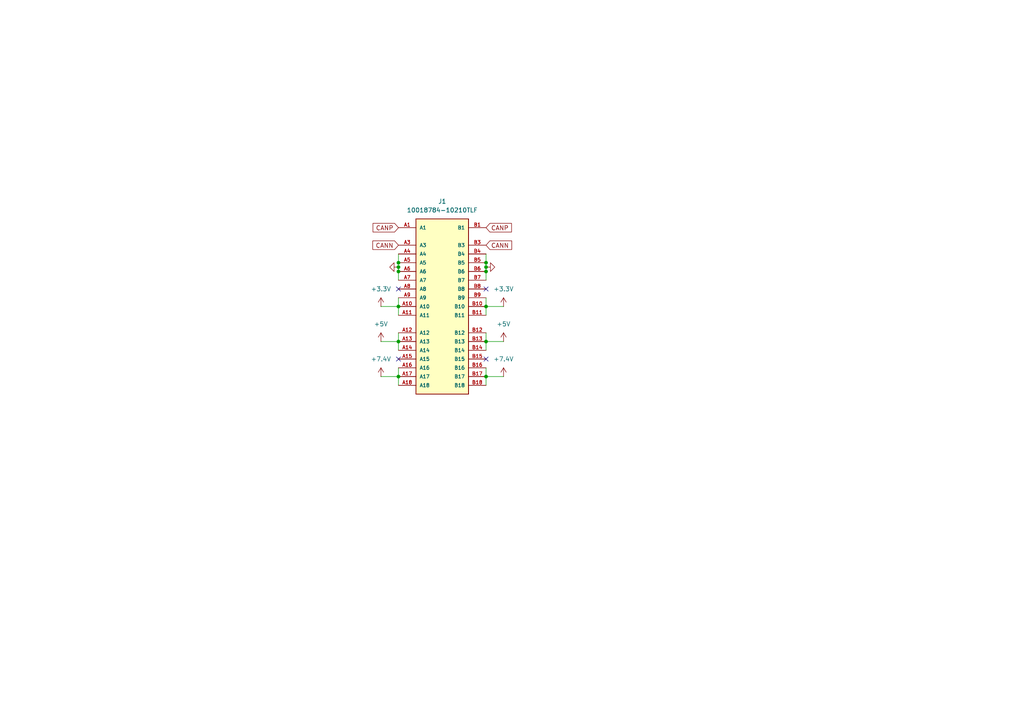
<source format=kicad_sch>
(kicad_sch (version 20231120) (generator "eeschema") (generator_version "8.0")
  (paper "A4")
  (lib_symbols
    (symbol "10018784-10210TLF:10018784-10210TLF" (pin_names (offset 1.016))
      (property "Reference" "J1" (at 0 30.48 0))
      (property "Value" "10018784-10210TLF" (at 0 27.94 0))
      (symbol "10018784-10210TLF_0_0"
        (rectangle (start -7.62 -25.4) (end 7.62 25.4) (stroke (width 0.254)) (fill (type background)))
        (pin passive line (at -12.7 22.86 0) (length 5.08) (name "A1") (number "A1"))
        (pin passive line (at -12.7 0 0) (length 5.08) (name "A10") (number "A10"))
        (pin passive line (at -12.7 -2.54 0) (length 5.08) (name "A11") (number "A11"))
        (pin passive line (at -12.7 -7.62 0) (length 5.08) (name "A12") (number "A12"))
        (pin passive line (at -12.7 -10.16 0) (length 5.08) (name "A13") (number "A13"))
        (pin passive line (at -12.7 -12.7 0) (length 5.08) (name "A14") (number "A14"))
        (pin passive line (at -12.7 -15.24 0) (length 5.08) (name "A15") (number "A15"))
        (pin passive line (at -12.7 -17.78 0) (length 5.08) (name "A16") (number "A16"))
        (pin passive line (at -12.7 -20.32 0) (length 5.08) (name "A17") (number "A17"))
        (pin passive line (at -12.7 -22.86 0) (length 5.08) (name "A18") (number "A18"))
        (pin passive line (at -12.7 17.78 0) (length 5.08) (name "A3") (number "A3"))
        (pin passive line (at -12.7 15.24 0) (length 5.08) (name "A4") (number "A4"))
        (pin passive line (at -12.7 12.7 0) (length 5.08) (name "A5") (number "A5"))
        (pin passive line (at -12.7 10.16 0) (length 5.08) (name "A6") (number "A6"))
        (pin passive line (at -12.7 7.62 0) (length 5.08) (name "A7") (number "A7"))
        (pin passive line (at -12.7 5.08 0) (length 5.08) (name "A8") (number "A8"))
        (pin passive line (at -12.7 2.54 0) (length 5.08) (name "A9") (number "A9"))
        (pin passive line (at 12.7 22.86 180) (length 5.08) (name "B1") (number "B1"))
        (pin passive line (at 12.7 0 180) (length 5.08) (name "B10") (number "B10"))
        (pin passive line (at 12.7 -2.54 180) (length 5.08) (name "B11") (number "B11"))
        (pin passive line (at 12.7 -7.62 180) (length 5.08) (name "B12") (number "B12"))
        (pin passive line (at 12.7 -10.16 180) (length 5.08) (name "B13") (number "B13"))
        (pin passive line (at 12.7 -12.7 180) (length 5.08) (name "B14") (number "B14"))
        (pin passive line (at 12.7 -15.24 180) (length 5.08) (name "B15") (number "B15"))
        (pin passive line (at 12.7 -17.78 180) (length 5.08) (name "B16") (number "B16"))
        (pin passive line (at 12.7 -20.32 180) (length 5.08) (name "B17") (number "B17"))
        (pin passive line (at 12.7 -22.86 180) (length 5.08) (name "B18") (number "B18"))
        (pin passive line (at 12.7 17.78 180) (length 5.08) (name "B3") (number "B3"))
        (pin passive line (at 12.7 15.24 180) (length 5.08) (name "B4") (number "B4"))
        (pin passive line (at 12.7 12.7 180) (length 5.08) (name "B5") (number "B5"))
        (pin passive line (at 12.7 10.16 180) (length 5.08) (name "B6") (number "B6"))
        (pin passive line (at 12.7 7.62 180) (length 5.08) (name "B7") (number "B7"))
        (pin passive line (at 12.7 5.08 180) (length 5.08) (name "B8") (number "B8"))
        (pin passive line (at 12.7 2.54 180) (length 5.08) (name "B9") (number "B9"))
      )
    )
    (symbol "power:GND" (power) (pin_numbers hide) (pin_names (offset 0) hide)
      (property "Value" "GND" (at 0 -3.81 0))
      (symbol "GND_0_1"
        (polyline (pts (xy 0 0) (xy 0 -1.27) (xy 1.27 -1.27) (xy 0 -2.54) (xy -1.27 -1.27) (xy 0 -1.27)))
      )
      (symbol "GND_1_1"
        (pin power_in line (at 0 0 270) (length 0) (name "~") (number "1"))
      )
    )
    (symbol "power:VAA" (power) (pin_numbers hide) (pin_names (offset 0) hide)
      (property "Value" "VAA" (at 0 3.556 0))
      (symbol "VAA_0_1"
        (polyline (pts (xy -0.762 1.27) (xy 0 2.54)))
        (polyline (pts (xy 0 0) (xy 0 2.54)))
        (polyline (pts (xy 0 2.54) (xy 0.762 1.27)))
      )
      (symbol "VAA_1_1"
        (pin power_in line (at 0 0 90) (length 0) (name "~") (number "1"))
      )
    )
  )
  (junction (at 115.57 109.22))
  (junction (at 140.97 99.06))
  (junction (at 115.57 88.9))
  (junction (at 115.57 99.06))
  (junction (at 140.97 77.47))
  (junction (at 140.97 88.9))
  (junction (at 140.97 76.2))
  (junction (at 115.57 78.74))
  (junction (at 140.97 78.74))
  (junction (at 115.57 77.47))
  (junction (at 140.97 109.22))
  (junction (at 115.57 76.2))
  (no_connect (at 140.97 104.14))
  (no_connect (at 140.97 83.82))
  (no_connect (at 115.57 104.14))
  (no_connect (at 115.57 83.82))
  (wire (pts (xy 140.97 73.66) (xy 140.97 76.2)))
  (wire (pts (xy 115.57 96.52) (xy 115.57 99.06)))
  (wire (pts (xy 140.97 88.9) (xy 140.97 91.44)))
  (wire (pts (xy 115.57 76.2) (xy 115.57 77.47)))
  (wire (pts (xy 115.57 86.36) (xy 115.57 88.9)))
  (wire (pts (xy 140.97 96.52) (xy 140.97 99.06)))
  (wire (pts (xy 140.97 99.06) (xy 140.97 101.6)))
  (wire (pts (xy 115.57 88.9) (xy 115.57 91.44)))
  (wire (pts (xy 140.97 106.68) (xy 140.97 109.22)))
  (wire (pts (xy 140.97 78.74) (xy 140.97 81.28)))
  (wire (pts (xy 146.05 88.9) (xy 140.97 88.9)))
  (wire (pts (xy 140.97 76.2) (xy 140.97 77.47)))
  (wire (pts (xy 140.97 77.47) (xy 140.97 78.74)))
  (wire (pts (xy 110.49 99.06) (xy 115.57 99.06)))
  (wire (pts (xy 140.97 109.22) (xy 140.97 111.76)))
  (wire (pts (xy 146.05 99.06) (xy 140.97 99.06)))
  (wire (pts (xy 146.05 109.22) (xy 140.97 109.22)))
  (wire (pts (xy 115.57 77.47) (xy 115.57 78.74)))
  (wire (pts (xy 140.97 86.36) (xy 140.97 88.9)))
  (wire (pts (xy 110.49 109.22) (xy 115.57 109.22)))
  (wire (pts (xy 115.57 73.66) (xy 115.57 76.2)))
  (wire (pts (xy 115.57 106.68) (xy 115.57 109.22)))
  (wire (pts (xy 110.49 88.9) (xy 115.57 88.9)))
  (wire (pts (xy 115.57 78.74) (xy 115.57 81.28)))
  (wire (pts (xy 115.57 109.22) (xy 115.57 111.76)))
  (wire (pts (xy 115.57 99.06) (xy 115.57 101.6)))
  (global_label "CANN" (shape input) (at 115.57 71.12 180) (property "Intersheetrefs" "${INTERSHEET_REFS}" (effects (hide yes))))
  (global_label "CANP" (shape input) (at 140.97 66.04 0) (property "Intersheetrefs" "${INTERSHEET_REFS}" (effects (hide yes))))
  (global_label "CANN" (shape input) (at 140.97 71.12 0) (property "Intersheetrefs" "${INTERSHEET_REFS}" (effects (hide yes))))
  (global_label "CANP" (shape input) (at 115.57 66.04 180) (property "Intersheetrefs" "${INTERSHEET_REFS}" (effects (hide yes))))
  (symbol (lib_id "power:VAA") (at 146.05 99.06 0) (unit 1)
    (property "Reference" "#PWR04" (effects (hide yes)))
    (property "Value" "+5V" (at 146.05 93.98 0))
    (property "Description" "Power symbol creates a global label with name \"VAA\"" (effects (hide yes)))
  )
  (symbol (lib_id "10018784-10210TLF:10018784-10210TLF") (at 128.27 88.9 0) (unit 1)
    (property "Reference" "J1" (at 128.27 58.42 0))
    (property "Value" "10018784-10210TLF" (at 128.27 60.96 0))
    (property "Footprint" "10018784_10210TLF:AMPHENOL_10018784-10210TLF" (effects (hide yes)))
    (property "PARTREV" "S" (effects (hide yes)))
    (property "STANDARD" "Manufacturer Recommendations" (effects (hide yes)))
    (property "MANUFACTURER" "Amphenol" (effects (hide yes)))
    (property "digikey #" "609-2029-ND" (effects (hide yes)))
    (property "digikey link" "https://www.digikey.ca/en/products/detail/amphenol-cs-fci/10018784-10210TLF/1002344" (effects (hide yes)))
  )
  (symbol (lib_id "power:VAA") (at 110.49 99.06 0) (mirror y) (unit 1)
    (property "Reference" "#PWR09" (effects (hide yes)))
    (property "Value" "+5V" (at 110.49 93.98 0))
    (property "Description" "Power symbol creates a global label with name \"VAA\"" (effects (hide yes)))
  )
  (symbol (lib_id "power:GND") (at 140.97 77.47 90) (unit 1)
    (property "Reference" "#PWR02" (effects (hide yes)))
    (property "Value" "GND" (effects (hide yes)))
    (property "Description" "Power symbol creates a global label with name \"GND\" , ground" (effects (hide yes)))
  )
  (symbol (lib_id "power:VAA") (at 146.05 88.9 0) (unit 1)
    (property "Reference" "#PWR03" (effects (hide yes)))
    (property "Value" "+3.3V" (at 146.05 83.82 0))
    (property "Description" "Power symbol creates a global label with name \"VAA\"" (effects (hide yes)))
  )
  (symbol (lib_id "power:GND") (at 115.57 77.47 270) (mirror x) (unit 1)
    (property "Reference" "#PWR07" (effects (hide yes)))
    (property "Value" "GND" (effects (hide yes)))
    (property "Description" "Power symbol creates a global label with name \"GND\" , ground" (effects (hide yes)))
  )
  (symbol (lib_id "power:VAA") (at 110.49 88.9 0) (mirror y) (unit 1)
    (property "Reference" "#PWR08" (effects (hide yes)))
    (property "Value" "+3.3V" (at 110.49 83.82 0))
    (property "Description" "Power symbol creates a global label with name \"VAA\"" (effects (hide yes)))
  )
  (symbol (lib_id "power:VAA") (at 146.05 109.22 0) (unit 1)
    (property "Reference" "#PWR05" (effects (hide yes)))
    (property "Value" "+7.4V" (at 146.05 104.14 0))
    (property "Description" "Power symbol creates a global label with name \"VAA\"" (effects (hide yes)))
  )
  (symbol (lib_id "power:VAA") (at 110.49 109.22 0) (mirror y) (unit 1)
    (property "Reference" "#PWR010" (effects (hide yes)))
    (property "Value" "+7.4V" (at 110.49 104.14 0))
    (property "Description" "Power symbol creates a global label with name \"VAA\"" (effects (hide yes)))
  )
)
</source>
